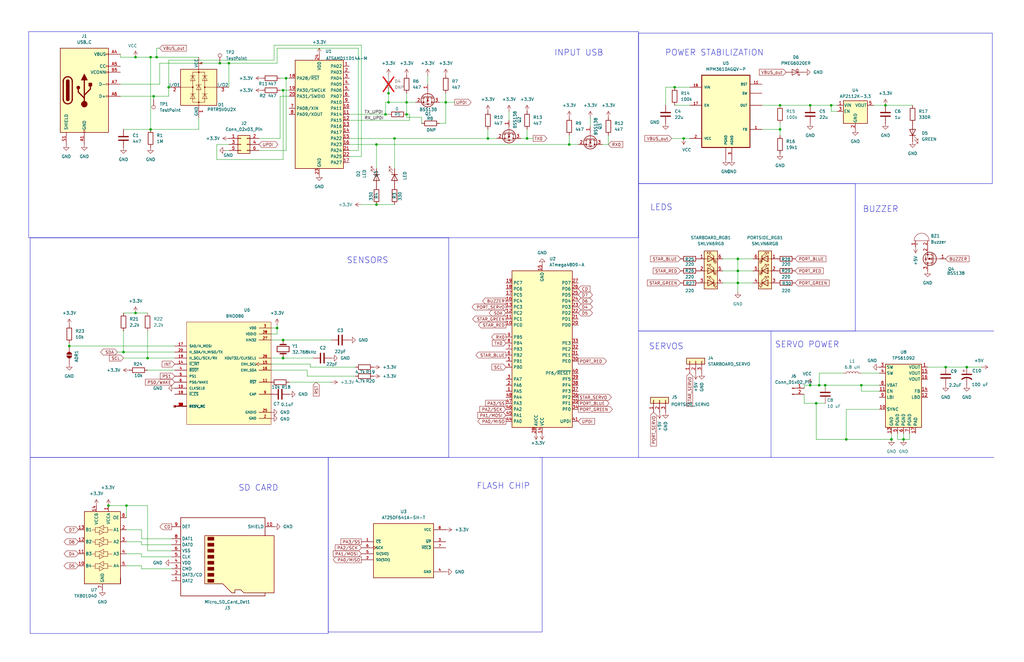
<source format=kicad_sch>
(kicad_sch (version 20231120) (generator "eeschema") (generator_version "8.0")
  (paper "USLedger")
  (junction (at 162.56 48.26))
  (junction (at 71.12 36.83))
  (junction (at 166.37 58.42))
  (junction (at 119.38 151.13))
  (junction (at 119.38 143.51))
  (junction (at 63.5 24.13))
  (junction (at 171.45 43.18))
  (junction (at 356.87 185.42))
  (junction (at 240.03 60.96))
  (junction (at 345.44 162.56))
  (junction (at 205.74 58.42))
  (junction (at 311.15 114.3))
  (junction (at 222.25 58.42))
  (junction (at 62.23 151.13))
  (junction (at 381 185.42))
  (junction (at 341.63 162.56))
  (junction (at 120.65 33.02))
  (junction (at 328.93 54.61))
  (junction (at 163.83 43.18))
  (junction (at 45.72 213.36))
  (junction (at 92.71 26.67))
  (junction (at 288.29 58.42))
  (junction (at 96.52 26.67))
  (junction (at 284.48 36.83))
  (junction (at 347.98 162.56))
  (junction (at 311.15 119.38))
  (junction (at 29.21 146.05))
  (junction (at 53.34 213.36))
  (junction (at 328.93 44.45))
  (junction (at 398.78 154.94))
  (junction (at 116.84 138.43))
  (junction (at 57.15 24.13))
  (junction (at 57.15 132.08))
  (junction (at 344.17 170.18))
  (junction (at 187.96 43.18))
  (junction (at 52.07 148.59))
  (junction (at 64.77 40.64))
  (junction (at 373.38 44.45))
  (junction (at 375.92 185.42))
  (junction (at 158.75 86.36))
  (junction (at 158.75 60.96))
  (junction (at 363.22 162.56))
  (junction (at 63.5 54.61))
  (junction (at 171.45 48.26))
  (junction (at 66.04 24.13))
  (junction (at 163.83 39.37))
  (junction (at 407.67 154.94))
  (junction (at 350.52 44.45))
  (junction (at 119.38 38.1))
  (junction (at 311.15 109.22))
  (junction (at 341.63 44.45))
  (wire (pts (xy 311.15 123.19) (xy 311.15 119.38)))
  (wire (pts (xy 63.5 54.61) (xy 63.5 24.13)))
  (wire (pts (xy 53.34 213.36) (xy 62.23 213.36)))
  (wire (pts (xy 398.78 154.94) (xy 407.67 154.94)))
  (wire (pts (xy 119.38 151.13) (xy 132.08 151.13)))
  (wire (pts (xy 114.3 140.97) (xy 116.84 140.97)))
  (wire (pts (xy 71.12 25.4) (xy 115.57 25.4)))
  (wire (pts (xy 347.98 162.56) (xy 363.22 162.56)))
  (wire (pts (xy 120.65 33.02) (xy 118.11 33.02)))
  (wire (pts (xy 147.32 48.26) (xy 162.56 48.26)))
  (wire (pts (xy 118.11 40.64) (xy 121.92 40.64)))
  (wire (pts (xy 311.15 109.22) (xy 317.5 109.22)))
  (wire (pts (xy 256.54 60.96) (xy 254 60.96)))
  (wire (pts (xy 92.71 26.67) (xy 96.52 26.67)))
  (wire (pts (xy 116.84 26.67) (xy 116.84 20.32)))
  (wire (pts (xy 187.96 43.18) (xy 185.42 43.18)))
  (wire (pts (xy 356.87 172.72) (xy 370.84 172.72)))
  (wire (pts (xy 240.03 60.96) (xy 243.84 60.96)))
  (polyline (pts (xy 325.12 193.04) (xy 325.12 139.7)))
  (wire (pts (xy 109.22 63.5) (xy 120.65 63.5)))
  (wire (pts (xy 114.3 143.51) (xy 119.38 143.51)))
  (wire (pts (xy 304.8 114.3) (xy 311.15 114.3)))
  (wire (pts (xy 62.23 156.21) (xy 73.66 156.21)))
  (wire (pts (xy 163.83 43.18) (xy 171.45 43.18)))
  (wire (pts (xy 344.17 170.18) (xy 344.17 185.42)))
  (wire (pts (xy 166.37 58.42) (xy 205.74 58.42)))
  (wire (pts (xy 115.57 19.05) (xy 152.4 19.05)))
  (wire (pts (xy 121.92 161.29) (xy 139.7 161.29)))
  (wire (pts (xy 83.82 54.61) (xy 83.82 49.53)))
  (wire (pts (xy 311.15 114.3) (xy 311.15 109.22)))
  (wire (pts (xy 205.74 58.42) (xy 209.55 58.42)))
  (wire (pts (xy 62.23 213.36) (xy 62.23 232.41)))
  (wire (pts (xy 381 182.88) (xy 381 185.42)))
  (wire (pts (xy 163.83 39.37) (xy 163.83 43.18)))
  (wire (pts (xy 341.63 44.45) (xy 350.52 44.45)))
  (wire (pts (xy 284.48 36.83) (xy 290.83 36.83)))
  (wire (pts (xy 49.53 148.59) (xy 52.07 148.59)))
  (wire (pts (xy 119.38 143.51) (xy 139.7 143.51)))
  (wire (pts (xy 114.3 151.13) (xy 119.38 151.13)))
  (wire (pts (xy 91.44 60.96) (xy 96.52 60.96)))
  (wire (pts (xy 171.45 43.18) (xy 175.26 43.18)))
  (wire (pts (xy 59.69 228.6) (xy 53.34 228.6)))
  (wire (pts (xy 304.8 119.38) (xy 311.15 119.38)))
  (wire (pts (xy 116.84 140.97) (xy 116.84 138.43)))
  (wire (pts (xy 158.75 86.36) (xy 166.37 86.36)))
  (wire (pts (xy 66.04 24.13) (xy 83.82 24.13)))
  (wire (pts (xy 63.5 54.61) (xy 83.82 54.61)))
  (wire (pts (xy 52.07 139.7) (xy 52.07 148.59)))
  (wire (pts (xy 152.4 86.36) (xy 158.75 86.36)))
  (wire (pts (xy 114.3 156.21) (xy 129.54 156.21)))
  (wire (pts (xy 52.07 148.59) (xy 73.66 148.59)))
  (wire (pts (xy 373.38 44.45) (xy 384.81 44.45)))
  (wire (pts (xy 109.22 58.42) (xy 118.11 58.42)))
  (wire (pts (xy 321.31 54.61) (xy 328.93 54.61)))
  (wire (pts (xy 163.83 36.83) (xy 163.83 39.37)))
  (wire (pts (xy 172.72 48.26) (xy 172.72 50.8)))
  (wire (pts (xy 57.15 24.13) (xy 63.5 24.13)))
  (wire (pts (xy 383.54 185.42) (xy 383.54 182.88)))
  (wire (pts (xy 59.69 238.76) (xy 53.34 238.76)))
  (wire (pts (xy 116.84 20.32) (xy 151.13 20.32)))
  (wire (pts (xy 147.32 58.42) (xy 166.37 58.42)))
  (wire (pts (xy 311.15 114.3) (xy 317.5 114.3)))
  (wire (pts (xy 344.17 185.42) (xy 356.87 185.42)))
  (wire (pts (xy 280.67 36.83) (xy 284.48 36.83)))
  (wire (pts (xy 53.34 213.36) (xy 53.34 218.44)))
  (wire (pts (xy 63.5 24.13) (xy 66.04 24.13)))
  (wire (pts (xy 162.56 48.26) (xy 162.56 43.18)))
  (wire (pts (xy 59.69 234.95) (xy 59.69 233.68)))
  (wire (pts (xy 344.17 170.18) (xy 347.98 170.18)))
  (wire (pts (xy 130.81 153.67) (xy 130.81 154.94)))
  (wire (pts (xy 341.63 162.56) (xy 345.44 162.56)))
  (wire (pts (xy 347.98 163.83) (xy 347.98 162.56)))
  (wire (pts (xy 59.69 233.68) (xy 53.34 233.68)))
  (wire (pts (xy 64.77 41.91) (xy 64.77 40.64)))
  (wire (pts (xy 222.25 58.42) (xy 224.79 58.42)))
  (wire (pts (xy 363.22 162.56) (xy 363.22 165.1)))
  (wire (pts (xy 368.3 44.45) (xy 373.38 44.45)))
  (wire (pts (xy 151.13 20.32) (xy 151.13 63.5)))
  (wire (pts (xy 96.52 26.67) (xy 96.52 36.83)))
  (wire (pts (xy 311.15 109.22) (xy 304.8 109.22)))
  (wire (pts (xy 57.15 132.08) (xy 62.23 132.08)))
  (wire (pts (xy 284.48 44.45) (xy 290.83 44.45)))
  (wire (pts (xy 129.54 156.21) (xy 129.54 158.75)))
  (wire (pts (xy 280.67 44.45) (xy 280.67 36.83)))
  (wire (pts (xy 50.8 40.64) (xy 64.77 40.64)))
  (wire (pts (xy 356.87 185.42) (xy 375.92 185.42)))
  (wire (pts (xy 67.31 26.67) (xy 92.71 26.67)))
  (wire (pts (xy 345.44 162.56) (xy 347.98 162.56)))
  (wire (pts (xy 191.77 43.18) (xy 187.96 43.18)))
  (polyline (pts (xy 269.24 193.04) (xy 269.24 139.7)))
  (wire (pts (xy 147.32 60.96) (xy 158.75 60.96)))
  (wire (pts (xy 248.92 49.53) (xy 248.92 53.34)))
  (wire (pts (xy 62.23 232.41) (xy 72.39 232.41)))
  (wire (pts (xy 407.67 154.94) (xy 414.02 154.94)))
  (wire (pts (xy 62.23 139.7) (xy 62.23 151.13)))
  (wire (pts (xy 171.45 39.37) (xy 171.45 43.18)))
  (wire (pts (xy 185.42 52.07) (xy 187.96 52.07)))
  (wire (pts (xy 73.66 146.05) (xy 29.21 146.05)))
  (wire (pts (xy 363.22 162.56) (xy 370.84 162.56)))
  (wire (pts (xy 129.54 158.75) (xy 149.86 158.75)))
  (wire (pts (xy 115.57 25.4) (xy 115.57 19.05)))
  (wire (pts (xy 118.11 58.42) (xy 118.11 40.64)))
  (wire (pts (xy 355.6 157.48) (xy 345.44 157.48)))
  (wire (pts (xy 50.8 24.13) (xy 50.8 22.86)))
  (wire (pts (xy 240.03 57.15) (xy 240.03 60.96)))
  (wire (pts (xy 172.72 48.26) (xy 171.45 48.26)))
  (wire (pts (xy 166.37 58.42) (xy 166.37 71.12)))
  (wire (pts (xy 328.93 54.61) (xy 328.93 57.15)))
  (wire (pts (xy 171.45 49.53) (xy 177.8 49.53)))
  (wire (pts (xy 162.56 48.26) (xy 163.83 48.26)))
  (wire (pts (xy 345.44 157.48) (xy 345.44 162.56)))
  (wire (pts (xy 158.75 60.96) (xy 158.75 71.12)))
  (wire (pts (xy 152.4 66.04) (xy 147.32 66.04)))
  (wire (pts (xy 91.44 67.31) (xy 91.44 60.96)))
  (wire (pts (xy 67.31 35.56) (xy 67.31 26.67)))
  (wire (pts (xy 59.69 229.87) (xy 72.39 229.87)))
  (wire (pts (xy 222.25 54.61) (xy 222.25 58.42)))
  (wire (pts (xy 118.11 38.1) (xy 119.38 38.1)))
  (wire (pts (xy 356.87 172.72) (xy 356.87 185.42)))
  (wire (pts (xy 350.52 44.45) (xy 350.52 46.99)))
  (wire (pts (xy 71.12 36.83) (xy 71.12 25.4)))
  (wire (pts (xy 378.46 185.42) (xy 381 185.42)))
  (wire (pts (xy 339.09 162.56) (xy 341.63 162.56)))
  (wire (pts (xy 205.74 54.61) (xy 205.74 58.42)))
  (wire (pts (xy 59.69 227.33) (xy 59.69 223.52)))
  (wire (pts (xy 171.45 48.26) (xy 171.45 49.53)))
  (wire (pts (xy 339.09 166.37) (xy 339.09 170.18)))
  (wire (pts (xy 288.29 58.42) (xy 290.83 58.42)))
  (wire (pts (xy 67.31 20.32) (xy 66.04 20.32)))
  (wire (pts (xy 162.56 43.18) (xy 163.83 43.18)))
  (wire (pts (xy 177.8 49.53) (xy 177.8 52.07)))
  (wire (pts (xy 311.15 119.38) (xy 311.15 114.3)))
  (wire (pts (xy 339.09 162.56) (xy 339.09 163.83)))
  (wire (pts (xy 311.15 119.38) (xy 317.5 119.38)))
  (wire (pts (xy 116.84 138.43) (xy 116.84 137.16)))
  (wire (pts (xy 50.8 35.56) (xy 67.31 35.56)))
  (wire (pts (xy 52.07 151.13) (xy 62.23 151.13)))
  (wire (pts (xy 96.52 26.67) (xy 116.84 26.67)))
  (wire (pts (xy 381 185.42) (xy 383.54 185.42)))
  (wire (pts (xy 59.69 223.52) (xy 53.34 223.52)))
  (wire (pts (xy 378.46 182.88) (xy 378.46 185.42)))
  (wire (pts (xy 119.38 67.31) (xy 91.44 67.31)))
  (wire (pts (xy 180.34 31.75) (xy 180.34 35.56)))
  (wire (pts (xy 59.69 229.87) (xy 59.69 228.6)))
  (wire (pts (xy 52.07 132.08) (xy 57.15 132.08)))
  (wire (pts (xy 363.22 165.1) (xy 370.84 165.1)))
  (wire (pts (xy 151.13 63.5) (xy 147.32 63.5)))
  (wire (pts (xy 375.92 185.42) (xy 375.92 182.88)))
  (wire (pts (xy 283.21 58.42) (xy 288.29 58.42)))
  (wire (pts (xy 256.54 57.15) (xy 256.54 60.96)))
  (wire (pts (xy 29.21 146.05) (xy 29.21 144.78)))
  (wire (pts (xy 152.4 19.05) (xy 152.4 66.04)))
  (polyline (pts (xy 227.33 193.04) (xy 419.1 193.04)))
  (wire (pts (xy 130.81 154.94) (xy 149.86 154.94)))
  (wire (pts (xy 321.31 44.45) (xy 328.93 44.45)))
  (wire (pts (xy 214.63 46.99) (xy 214.63 50.8)))
  (wire (pts (xy 96.52 63.5) (xy 95.25 63.5)))
  (wire (pts (xy 171.45 43.18) (xy 171.45 48.26)))
  (wire (pts (xy 187.96 52.07) (xy 187.96 43.18)))
  (wire (pts (xy 114.3 138.43) (xy 116.84 138.43)))
  (wire (pts (xy 50.8 24.13) (xy 57.15 24.13)))
  (wire (pts (xy 328.93 44.45) (xy 341.63 44.45)))
  (wire (pts (xy 187.96 39.37) (xy 187.96 43.18)))
  (wire (pts (xy 121.92 33.02) (xy 120.65 33.02)))
  (wire (pts (xy 59.69 240.03) (xy 59.69 238.76)))
  (wire (pts (xy 45.72 213.36) (xy 53.34 213.36)))
  (wire (pts (xy 119.38 38.1) (xy 119.38 67.31)))
  (wire (pts (xy 120.65 63.5) (xy 120.65 33.02)))
  (wire (pts (xy 64.77 40.64) (xy 71.12 40.64)))
  (wire (pts (xy 222.25 58.42) (xy 219.71 58.42)))
  (wire (pts (xy 350.52 46.99) (xy 353.06 46.99)))
  (wire (pts (xy 71.12 40.64) (xy 71.12 36.83)))
  (wire (pts (xy 158.75 60.96) (xy 240.03 60.96)))
  (wire (pts (xy 62.23 151.13) (xy 73.66 151.13)))
  (wire (pts (xy 119.38 38.1) (xy 121.92 38.1)))
  (wire (pts (xy 363.22 157.48) (xy 370.84 157.48)))
  (wire (pts (xy 339.09 170.18) (xy 344.17 170.18)))
  (wire (pts (xy 328.93 52.07) (xy 328.93 54.61)))
  (wire (pts (xy 147.32 50.8) (xy 172.72 50.8)))
  (wire (pts (xy 52.07 54.61) (xy 63.5 54.61)))
  (wire (pts (xy 391.16 154.94) (xy 398.78 154.94)))
  (polyline (pts (xy 269.24 139.7) (xy 419.1 139.7)))
  (wire (pts (xy 59.69 234.95) (xy 72.39 234.95)))
  (wire (pts (xy 66.04 20.32) (xy 66.04 24.13)))
  (wire (pts (xy 72.39 240.03) (xy 59.69 240.03)))
  (wire (pts (xy 350.52 44.45) (xy 353.06 44.45)))
  (wire (pts (xy 59.69 227.33) (xy 72.39 227.33)))
  (wire (pts (xy 114.3 153.67) (xy 130.81 153.67)))
  (rectangle (start 12.065 13.335) (end 269.24 100.33))
  (rectangle (start 12.7 100.33) (end 189.23 193.04))
  (rectangle (start 138.43 193.04) (end 228.6 266.7))
  (rectangle (start 12.7 193.04) (end 138.43 267.335))
  (rectangle (start 269.24 13.97) (end 418.465 77.47))
  (rectangle (start 269.24 77.47) (end 360.68 139.7))
  (text "SD CARD\n" (at 108.966 205.994 0) (effects (font (size 2.54 2.54))))
  (text "INPUT USB" (at 244.094 22.352 0) (effects (font (size 2.54 2.54))))
  (text "BUZZER\n" (at 371.348 88.392 0) (effects (font (size 2.54 2.54))))
  (text "POWER STABILIZATION" (at 301.244 22.352 0) (effects (font (size 2.54 2.54))))
  (text "FLASH CHIP\n" (at 212.2747 205.1733 0) (effects (font (size 2.54 2.54))))
  (text "SENSORS " (at 155.956 109.982 0) (effects (font (size 2.54 2.54))))
  (text "SERVOS\n" (at 280.924 146.304 0) (effects (font (size 2.54 2.54))))
  (text "LEDS\n" (at 278.892 87.63 0) (effects (font (size 2.54 2.54))))
  (text "SERVO POWER\n\n" (at 340.36 147.574 0) (effects (font (size 2.54 2.54))))
  (label "RX_UPDI" (at 153.67 50.8 0))
  (label "TX_UPDI" (at 153.67 48.26 0))
  (global_label "SDA" (shape bidirectional) (at 49.53 148.59 180) (property "Intersheetrefs" "${INTERSHEET_REFS}" (effects (hide yes))))
  (global_label "TX0" (shape input) (at 213.36 144.78 180) (property "Intersheetrefs" "${INTERSHEET_REFS}" (effects (hide yes))))
  (global_label "RX0" (shape input) (at 256.54 60.96 0) (property "Intersheetrefs" "${INTERSHEET_REFS}" (effects (hide yes))))
  (global_label "BUZZER" (shape input) (at 398.78 109.22 0) (property "Intersheetrefs" "${INTERSHEET_REFS}" (effects (hide yes))))
  (global_label "STAR_RED" (shape input) (at 287.02 114.3 180) (property "Intersheetrefs" "${INTERSHEET_REFS}" (effects (hide yes))))
  (global_label "TX0" (shape output) (at 224.79 58.42 0) (property "Intersheetrefs" "${INTERSHEET_REFS}" (effects (hide yes))))
  (global_label "VBUS_out" (shape input) (at 283.21 58.42 180) (property "Intersheetrefs" "${INTERSHEET_REFS}" (effects (hide yes))))
  (global_label "RST" (shape input) (at 133.35 161.29 270) (property "Intersheetrefs" "${INTERSHEET_REFS}" (effects (hide yes))))
  (global_label "VBUS_out" (shape input) (at 331.47 30.48 180) (property "Intersheetrefs" "${INTERSHEET_REFS}" (effects (hide yes))))
  (global_label "VBUS_out" (shape input) (at 67.31 20.32 0) (property "Intersheetrefs" "${INTERSHEET_REFS}" (effects (hide yes))))
  (global_label "STAR_GREEN" (shape output) (at 213.36 134.62 180) (property "Intersheetrefs" "${INTERSHEET_REFS}" (effects (hide yes))))
  (global_label "PORT_BLUE" (shape output) (at 243.84 170.18 0) (property "Intersheetrefs" "${INTERSHEET_REFS}" (effects (hide yes))))
  (global_label "CD" (shape output) (at 72.39 222.25 180) (property "Intersheetrefs" "${INTERSHEET_REFS}" (effects (hide yes))))
  (global_label "UPDI" (shape input) (at 243.84 177.8 0) (property "Intersheetrefs" "${INTERSHEET_REFS}" (effects (hide yes))))
  (global_label "SCL" (shape input) (at 52.07 151.13 180) (property "Intersheetrefs" "${INTERSHEET_REFS}" (effects (hide yes))))
  (global_label "PORT_SERVO" (shape input) (at 275.59 173.99 270) (property "Intersheetrefs" "${INTERSHEET_REFS}" (effects (hide yes))))
  (global_label "D4" (shape bidirectional) (at 33.02 233.68 180) (property "Intersheetrefs" "${INTERSHEET_REFS}" (effects (hide yes))))
  (global_label "D6" (shape bidirectional) (at 243.84 127 0) (property "Intersheetrefs" "${INTERSHEET_REFS}" (effects (hide yes))))
  (global_label "D5" (shape bidirectional) (at 33.02 238.76 180) (property "Intersheetrefs" "${INTERSHEET_REFS}" (effects (hide yes))))
  (global_label "SCL" (shape input) (at 213.36 154.94 180) (property "Intersheetrefs" "${INTERSHEET_REFS}" (effects (hide yes))))
  (global_label "CD" (shape input) (at 243.84 121.92 0) (property "Intersheetrefs" "${INTERSHEET_REFS}" (effects (hide yes))))
  (global_label "PORT_RED" (shape output) (at 243.84 152.4 0) (property "Intersheetrefs" "${INTERSHEET_REFS}" (effects (hide yes))))
  (global_label "STAR_BLUE" (shape input) (at 287.02 109.22 180) (property "Intersheetrefs" "${INTERSHEET_REFS}" (effects (hide yes))))
  (global_label "RX0" (shape output) (at 213.36 142.24 180) (property "Intersheetrefs" "${INTERSHEET_REFS}" (effects (hide yes))))
  (global_label "INT" (shape input) (at 73.66 153.67 180) (property "Intersheetrefs" "${INTERSHEET_REFS}" (effects (hide yes))))
  (global_label "PA1{slash}MOSI" (shape input) (at 152.4 233.68 180) (property "Intersheetrefs" "${INTERSHEET_REFS}" (effects (hide yes))))
  (global_label "D7" (shape bidirectional) (at 243.84 124.46 0) (property "Intersheetrefs" "${INTERSHEET_REFS}" (effects (hide yes))))
  (global_label "STAR_RED" (shape output) (at 213.36 137.16 180) (property "Intersheetrefs" "${INTERSHEET_REFS}" (effects (hide yes))))
  (global_label "UPDI" (shape bidirectional) (at 109.22 60.96 0) (property "Intersheetrefs" "${INTERSHEET_REFS}" (effects (hide yes))))
  (global_label "PORT_GREEN" (shape input) (at 335.28 119.38 0) (property "Intersheetrefs" "${INTERSHEET_REFS}" (effects (hide yes))))
  (global_label "PA2{slash}SCK" (shape input) (at 152.4 231.14 180) (property "Intersheetrefs" "${INTERSHEET_REFS}" (effects (hide yes))))
  (global_label "PORT_BLUE" (shape input) (at 335.28 109.22 0) (property "Intersheetrefs" "${INTERSHEET_REFS}" (effects (hide yes))))
  (global_label "STAR_GREEN" (shape input) (at 287.02 119.38 180) (property "Intersheetrefs" "${INTERSHEET_REFS}" (effects (hide yes))))
  (global_label "PA0{slash}MISO" (shape output) (at 152.4 236.22 180) (property "Intersheetrefs" "${INTERSHEET_REFS}" (effects (hide yes))))
  (global_label "PA0{slash}MISO" (shape output) (at 213.36 177.8 180) (property "Intersheetrefs" "${INTERSHEET_REFS}" (effects (hide yes))))
  (global_label "D6" (shape bidirectional) (at 33.02 228.6 180) (property "Intersheetrefs" "${INTERSHEET_REFS}" (effects (hide yes))))
  (global_label "PA1{slash}MOSI" (shape input) (at 213.36 175.26 180) (property "Intersheetrefs" "${INTERSHEET_REFS}" (effects (hide yes))))
  (global_label "D4" (shape bidirectional) (at 243.84 129.54 0) (property "Intersheetrefs" "${INTERSHEET_REFS}" (effects (hide yes))))
  (global_label "BUZZER" (shape output) (at 213.36 127 180) (property "Intersheetrefs" "${INTERSHEET_REFS}" (effects (hide yes))))
  (global_label "STAR_SERVO" (shape input) (at 290.83 157.48 270) (property "Intersheetrefs" "${INTERSHEET_REFS}" (effects (hide yes))))
  (global_label "PORT_SERVO" (shape output) (at 213.36 129.54 180) (property "Intersheetrefs" "${INTERSHEET_REFS}" (effects (hide yes))))
  (global_label "PA2{slash}SCK" (shape input) (at 213.36 172.72 180) (property "Intersheetrefs" "${INTERSHEET_REFS}" (effects (hide yes))))
  (global_label "SDA" (shape bidirectional) (at 213.36 132.08 180) (property "Intersheetrefs" "${INTERSHEET_REFS}" (effects (hide yes))))
  (global_label "PA3{slash}SS" (shape passive) (at 213.36 170.18 180) (property "Intersheetrefs" "${INTERSHEET_REFS}" (effects (hide yes))))
  (global_label "D7" (shape bidirectional) (at 33.02 223.52 180) (property "Intersheetrefs" "${INTERSHEET_REFS}" (effects (hide yes))))
  (global_label "PS0{slash}WAKE" (shape input) (at 73.66 161.29 180) (property "Intersheetrefs" "${INTERSHEET_REFS}" (effects (hide yes))))
  (global_label "UPDI" (shape output) (at 191.77 43.18 0) (property "Intersheetrefs" "${INTERSHEET_REFS}" (effects (hide yes))))
  (global_label "D5" (shape bidirectional) (at 243.84 132.08 0) (property "Intersheetrefs" "${INTERSHEET_REFS}" (effects (hide yes))))
  (global_label "PORT_RED" (shape input) (at 335.28 114.3 0) (property "Intersheetrefs" "${INTERSHEET_REFS}" (effects (hide yes))))
  (global_label "PA3{slash}SS" (shape passive) (at 152.4 228.6 180) (property "Intersheetrefs" "${INTERSHEET_REFS}" (effects (hide yes))))
  (global_label "PS1" (shape input) (at 73.66 158.75 180) (property "Intersheetrefs" "${INTERSHEET_REFS}" (effects (hide yes))))
  (global_label "STAR_BLUE" (shape output) (at 213.36 149.86 180) (property "Intersheetrefs" "${INTERSHEET_REFS}" (effects (hide yes))))
  (global_label "PORT_GREEN" (shape output) (at 243.84 172.72 0) (property "Intersheetrefs" "${INTERSHEET_REFS}" (effects (hide yes))))
  (global_label "STAR_SERVO" (shape output) (at 243.84 167.64 0) (property "Intersheetrefs" "${INTERSHEET_REFS}" (effects (hide yes))))
  (symbol (lib_id "Device:R") (at 118.11 161.29 90) (unit 1)
    (property "Reference" "R18" (at 120.65 163.322 90))
    (property "Value" "10k" (at 116.332 163.322 90))
    (property "Footprint" "Resistor_SMD:R_0402_1005Metric" (effects (hide yes)))
    (property "Description" "Resistor" (effects (hide yes)))
  )
  (symbol (lib_id "power:GND") (at 114.3 173.99 90) (unit 1)
    (property "Reference" "#PWR036" (effects (hide yes)))
    (property "Value" "GND" (at 118.11 173.9899 90) (effects (justify right)))
    (property "Description" "Power symbol creates a global label with name \"GND\" , ground" (effects (hide yes)))
  )
  (symbol (lib_id "Device:R") (at 290.83 109.22 90) (unit 1)
    (property "Reference" "R25" (at 290.83 109.474 90))
    (property "Value" "220" (at 290.83 111.506 90))
    (property "Footprint" "Resistor_SMD:R_0402_1005Metric" (effects (hide yes)))
    (property "Description" "Resistor" (effects (hide yes)))
  )
  (symbol (lib_id "power:GND") (at 398.78 162.56 0) (unit 1)
    (property "Reference" "#PWR066" (effects (hide yes)))
    (property "Value" "GND" (at 398.78 167.64 0))
    (property "Description" "Power symbol creates a global label with name \"GND\" , ground" (effects (hide yes)))
  )
  (symbol (lib_id "power:GND") (at 391.16 114.3 0) (unit 1)
    (property "Reference" "#PWR070" (effects (hide yes)))
    (property "Value" "GND" (at 391.16 119.38 0))
    (property "Description" "Power symbol creates a global label with name \"GND\" , ground" (effects (hide yes)))
  )
  (symbol (lib_id "power:+3.3V") (at 57.15 132.08 0) (unit 1)
    (property "Reference" "#PWR043" (effects (hide yes)))
    (property "Value" "+3.3V" (at 57.15 127 0))
    (property "Description" "Power symbol creates a global label with name \"+3.3V\"" (effects (hide yes)))
  )
  (symbol (lib_id "Device:C") (at 52.07 58.42 0) (unit 1)
    (property "Reference" "C1" (at 55.88 57.1499 0) (effects (justify left)))
    (property "Value" "4n7" (at 55.88 59.6899 0) (effects (justify left)))
    (property "Footprint" "Capacitor_SMD:C_0201_0603Metric" (effects (hide yes)))
    (property "Description" "Unpolarized capacitor" (effects (hide yes)))
  )
  (symbol (lib_id "Device:R") (at 205.74 50.8 0) (unit 1)
    (property "Reference" "R10" (at 208.28 49.5299 0) (effects (justify left)))
    (property "Value" "4k7" (at 208.28 52.0699 0) (effects (justify left)))
    (property "Footprint" "Resistor_SMD:R_0402_1005Metric" (effects (hide yes)))
    (property "Description" "Resistor" (effects (hide yes)))
  )
  (symbol (lib_id "power:+3.3V") (at 228.6 182.88 180) (unit 1)
    (property "Reference" "#PWR054" (effects (hide yes)))
    (property "Value" "+3.3V" (at 226.822 186.944 0))
    (property "Description" "Power symbol creates a global label with name \"+3.3V\"" (effects (hide yes)))
  )
  (symbol (lib_id "Device:R") (at 331.47 119.38 90) (unit 1)
    (property "Reference" "R30" (at 331.724 119.634 90))
    (property "Value" "220" (at 331.47 122.682 90))
    (property "Footprint" "Resistor_SMD:R_0402_1005Metric" (effects (hide yes)))
    (property "Description" "Resistor" (effects (hide yes)))
  )
  (symbol (lib_id "Logic_LevelTranslator:TXB0104D") (at 43.18 231.14 0) (mirror y) (unit 1)
    (property "Reference" "U7" (at 40.9859 248.92 0) (effects (justify left)))
    (property "Value" "TXB0104D" (at 40.9859 251.46 0) (effects (justify left)))
    (property "Footprint" "Package_SO:SOIC-14_3.9x8.7mm_P1.27mm" (effects (hide yes)))
    (property "Datasheet" "http://www.ti.com/lit/ds/symlink/txb0104.pdf" (effects (hide yes)))
    (property "Description" "4-Bit Bidirectional Voltage-Level Translator, Auto Direction Sensing and ±15-kV ESD Protection, 1.2 - 3.6V APort, 1.65 - 5.5V BPort, SOIC-14" (effects (hide yes)))
  )
  (symbol (lib_id "Device:R") (at 114.3 33.02 90) (unit 1)
    (property "Reference" "R11" (at 110.998 35.306 90))
    (property "Value" "4k7" (at 114.808 35.306 90))
    (property "Footprint" "Resistor_SMD:R_0402_1005Metric" (effects (hide yes)))
    (property "Description" "Resistor" (effects (hide yes)))
  )
  (symbol (lib_id "power:GND") (at 121.92 166.37 90) (unit 1)
    (property "Reference" "#PWR039" (effects (hide yes)))
    (property "Value" "GND" (at 125.73 166.3699 90) (effects (justify right)))
    (property "Description" "Power symbol creates a global label with name \"GND\" , ground" (effects (hide yes)))
  )
  (symbol (lib_id "power:+3.3V") (at 110.49 33.02 90) (unit 1)
    (property "Reference" "#PWR07" (effects (hide yes)))
    (property "Value" "+3.3V" (at 106.68 33.0199 90) (effects (justify left)))
    (property "Description" "Power symbol creates a global label with name \"+3.3V\"" (effects (hide yes)))
  )
  (symbol (lib_id "Device:C") (at 347.98 166.37 0) (unit 1)
    (property "Reference" "C8" (at 348.742 168.91 0) (effects (justify left)))
    (property "Value" "10 uF" (at 348.742 171.45 0) (effects (justify left)))
    (property "Footprint" "Capacitor_SMD:C_0201_0603Metric" (effects (hide yes)))
    (property "Description" "Unpolarized capacitor" (effects (hide yes)))
  )
  (symbol (lib_id "Device:C") (at 135.89 151.13 90) (unit 1)
    (property "Reference" "C2" (at 136.144 146.812 90))
    (property "Value" "22pF" (at 139.954 153.67 90))
    (property "Footprint" "Capacitor_SMD:C_0201_0603Metric" (effects (hide yes)))
    (property "Description" "Unpolarized capacitor" (effects (hide yes)))
  )
  (symbol (lib_id "Device:R") (at 167.64 48.26 90) (unit 1)
    (property "Reference" "R5" (at 167.64 48.26 90))
    (property "Value" "0" (at 167.386 45.974 90))
    (property "Footprint" "Resistor_SMD:R_0402_1005Metric" (effects (hide yes)))
    (property "Description" "Resistor" (effects (hide yes)))
  )
  (symbol (lib_id "Device:R") (at 62.23 135.89 0) (unit 1)
    (property "Reference" "R22" (at 64.77 134.6199 0) (effects (justify left)))
    (property "Value" "2.2k" (at 64.77 137.1599 0) (effects (justify left)))
    (property "Footprint" "Resistor_SMD:R_0402_1005Metric" (effects (hide yes)))
    (property "Description" "Resistor" (effects (hide yes)))
  )
  (symbol (lib_id "Device:C") (at 280.67 48.26 0) (unit 1)
    (property "Reference" "C4" (at 284.48 46.9899 0) (effects (justify left)))
    (property "Value" "22u" (at 284.48 49.5299 0) (effects (justify left)))
    (property "Footprint" "Capacitor_SMD:C_0201_0603Metric" (effects (hide yes)))
    (property "Description" "Unpolarized capacitor" (effects (hide yes)))
  )
  (symbol (lib_id "Device:R") (at 153.67 158.75 90) (unit 1)
    (property "Reference" "R20" (at 156.21 160.782 90))
    (property "Value" "4.7k" (at 151.892 160.782 90))
    (property "Footprint" "Resistor_SMD:R_0402_1005Metric" (effects (hide yes)))
    (property "Description" "Resistor" (effects (hide yes)))
  )
  (symbol (lib_id "power:GND") (at 52.07 62.23 0) (unit 1)
    (property "Reference" "#PWR02" (effects (hide yes)))
    (property "Value" "GND" (at 52.07 67.31 0))
    (property "Description" "Power symbol creates a global label with name \"GND\" , ground" (effects (hide yes)))
  )
  (symbol (lib_id "Device:C") (at 118.11 166.37 90) (unit 1)
    (property "Reference" "C7" (at 116.586 170.434 90))
    (property "Value" "0.1uF" (at 121.158 170.688 90))
    (property "Footprint" "Capacitor_SMD:C_0201_0603Metric" (effects (hide yes)))
    (property "Description" "Unpolarized capacitor" (effects (hide yes)))
  )
  (symbol (lib_id "Device:R") (at 153.67 154.94 90) (unit 1)
    (property "Reference" "R19" (at 156.21 156.972 90))
    (property "Value" "4.7k" (at 151.892 156.972 90))
    (property "Footprint" "Resistor_SMD:R_0402_1005Metric" (effects (hide yes)))
    (property "Description" "Resistor" (effects (hide yes)))
  )
  (symbol (lib_id "LED:SMLVN6RGB") (at 299.72 114.3 0) (unit 1)
    (property "Reference" "STARBOARD_RGB1" (at 299.72 100.33 0))
    (property "Value" "SMLVN6RGB" (at 299.72 102.87 0))
    (property "Footprint" "LED_SMD:LED_ROHM_SMLVN6" (effects (hide yes)))
    (property "Datasheet" "https://www.rohm.com/datasheet/SMLVN6RGB1U" (effects (hide yes)))
    (property "Description" "High Brightness Tri-Color LED, RGB, 3.5x2.8mm" (effects (hide yes)))
  )
  (symbol (lib_id "Device:R") (at 256.54 53.34 0) (unit 1)
    (property "Reference" "R12" (at 259.08 52.0699 0) (effects (justify left)))
    (property "Value" "4k7" (at 259.08 54.6099 0) (effects (justify left)))
    (property "Footprint" "Resistor_SMD:R_0402_1005Metric" (effects (hide yes)))
    (property "Description" "Resistor" (effects (hide yes)))
  )
  (symbol (lib_id "power:GND") (at 373.38 52.07 0) (unit 1)
    (property "Reference" "#PWR032" (effects (hide yes)))
    (property "Value" "GND" (at 373.38 57.15 0))
    (property "Description" "Power symbol creates a global label with name \"GND\" , ground" (effects (hide yes)))
  )
  (symbol (lib_id "power:+3.3V") (at 163.83 31.75 0) (unit 1)
    (property "Reference" "#PWR015" (effects (hide yes)))
    (property "Value" "+3.3V" (at 163.83 26.67 0))
    (property "Description" "Power symbol creates a global label with name \"+3.3V\"" (effects (hide yes)))
  )
  (symbol (lib_id "Device:R") (at 63.5 58.42 0) (unit 1)
    (property "Reference" "R1" (at 66.04 57.1499 0) (effects (justify left)))
    (property "Value" "1M" (at 66.04 59.6899 0) (effects (justify left)))
    (property "Footprint" "Resistor_SMD:R_0402_1005Metric" (effects (hide yes)))
    (property "Description" "Resistor" (effects (hide yes)))
  )
  (symbol (lib_id "Device:C_Polarized_US") (at 407.67 158.75 0) (unit 1)
    (property "Reference" "C10" (at 409.956 156.464 0) (effects (justify left)))
    (property "Value" "100 uF" (at 409.702 162.306 0) (effects (justify left)))
    (property "Footprint" "Capacitor_SMD:C_0201_0603Metric" (effects (hide yes)))
    (property "Description" "Polarized capacitor, US symbol" (effects (hide yes)))
  )
  (symbol (lib_id "power:GND") (at 27.94 60.96 0) (unit 1)
    (property "Reference" "#PWR024" (effects (hide yes)))
    (property "Value" "GND" (at 27.94 66.04 0))
    (property "Description" "Power symbol creates a global label with name \"GND\" , ground" (effects (hide yes)))
  )
  (symbol (lib_id "Device:Crystal") (at 119.38 147.32 90) (unit 1)
    (property "Reference" "Y1" (at 123.19 146.0499 90) (effects (justify right)))
    (property "Value" "32.768kHz" (at 123.19 148.5899 90) (effects (justify right)))
    (property "Footprint" "Crystal:Crystal_C26-LF_D2.1mm_L6.5mm_Vertical" (effects (hide yes)))
    (property "Description" "Two pin crystal" (effects (hide yes)))
  )
  (symbol (lib_id "power:+3.3V") (at 373.38 44.45 0) (unit 1)
    (property "Reference" "#PWR031" (effects (hide yes)))
    (property "Value" "+3.3V" (at 373.38 39.37 0))
    (property "Description" "Power symbol creates a global label with name \"+3.3V\"" (effects (hide yes)))
  )
  (symbol (lib_id "power:GND") (at 35.56 60.96 0) (unit 1)
    (property "Reference" "#PWR01" (effects (hide yes)))
    (property "Value" "GND" (at 35.56 66.04 0))
    (property "Description" "Power symbol creates a global label with name \"GND\" , ground" (effects (hide yes)))
  )
  (symbol (lib_id "power:+3.3V") (at 139.7 161.29 270) (unit 1)
    (property "Reference" "#PWR040" (effects (hide yes)))
    (property "Value" "+3.3V" (at 143.51 161.2899 90) (effects (justify left)))
    (property "Description" "Power symbol creates a global label with name \"+3.3V\"" (effects (hide yes)))
  )
  (symbol (lib_id "Device:R") (at 187.96 35.56 0) (unit 1)
    (property "Reference" "R7" (at 190.5 34.2899 0) (effects (justify left)))
    (property "Value" "4k7" (at 190.5 36.8299 0) (effects (justify left)))
    (property "Footprint" "Resistor_SMD:R_0402_1005Metric" (effects (hide yes)))
    (property "Description" "Resistor" (effects (hide yes)))
  )
  (symbol (lib_id "power:GND") (at 29.21 153.67 0) (unit 1)
    (property "Reference" "#PWR045" (effects (hide yes)))
    (property "Value" "GND" (at 29.21 158.75 0))
    (property "Description" "Power symbol creates a global label with name \"GND\" , ground" (effects (hide yes)))
  )
  (symbol (lib_id "power:GND") (at 147.32 143.51 90) (unit 1)
    (property "Reference" "#PWR038" (effects (hide yes)))
    (property "Value" "GND" (at 151.13 143.5099 90) (effects (justify right)))
    (property "Description" "Power symbol creates a global label with name \"GND\" , ground" (effects (hide yes)))
  )
  (symbol (lib_id "Device:R") (at 181.61 52.07 90) (unit 1)
    (property "Reference" "R8" (at 181.356 50.038 90))
    (property "Value" "DNP" (at 181.864 54.864 90))
    (property "Footprint" "Resistor_SMD:R_0402_1005Metric" (effects (hide yes)))
    (property "Description" "Resistor" (effects (hide yes)))
  )
  (symbol (lib_id "Connector_Generic:Conn_01x03") (at 293.37 152.4 90) (unit 1)
    (property "Reference" "J4" (at 298.45 151.1299 90) (effects (justify right)))
    (property "Value" "STARBOARD_SERVO" (at 298.45 153.6699 90) (effects (justify right)))
    (property "Footprint" "Connector_PinHeader_2.54mm:PinHeader_1x03_P2.54mm_Vertical" (effects (hide yes)))
    (property "Description" "Generic connector, single row, 01x03, script generated (kicad-library-utils/schlib/autogen/connector/)" (effects (hide yes)))
  )
  (symbol (lib_id "power:+5V") (at 293.37 157.48 180) (unit 1)
    (property "Reference" "#PWR059" (effects (hide yes)))
    (property "Value" "+5V" (at 293.3701 161.29 90) (effects (justify left)))
    (property "Description" "Power symbol creates a global label with name \"+5V\"" (effects (hide yes)))
  )
  (symbol (lib_id "Device:R") (at 284.48 40.64 0) (unit 1)
    (property "Reference" "R14" (at 287.02 39.3699 0) (effects (justify left)))
    (property "Value" "100k" (at 287.02 41.9099 0) (effects (justify left)))
    (property "Footprint" "Resistor_SMD:R_0402_1005Metric" (effects (hide yes)))
    (property "Description" "Resistor" (effects (hide yes)))
  )
  (symbol (lib_id "power:GND") (at 308.61 67.31 0) (unit 1)
    (property "Reference" "#PWR027" (effects (hide yes)))
    (property "Value" "GND" (at 308.61 72.39 0))
    (property "Description" "Power symbol creates a global label with name \"GND\" , ground" (effects (hide yes)))
  )
  (symbol (lib_id "power:GND") (at 341.63 52.07 0) (unit 1)
    (property "Reference" "#PWR028" (effects (hide yes)))
    (property "Value" "GND" (at 341.63 57.15 0))
    (property "Description" "Power symbol creates a global label with name \"GND\" , ground" (effects (hide yes)))
  )
  (symbol (lib_id "power:GND") (at 407.67 162.56 0) (unit 1)
    (property "Reference" "#PWR067" (effects (hide yes)))
    (property "Value" "GND" (at 407.67 167.64 0))
    (property "Description" "Power symbol creates a global label with name \"GND\" , ground" (effects (hide yes)))
  )
  (symbol (lib_id "Device:R") (at 328.93 60.96 0) (unit 1)
    (property "Reference" "R16" (at 331.47 59.6899 0) (effects (justify left)))
    (property "Value" "19k1" (at 331.47 62.2299 0) (effects (justify left)))
    (property "Footprint" "Resistor_SMD:R_0402_1005Metric" (effects (hide yes)))
    (property "Description" "Resistor" (effects (hide yes)))
  )
  (symbol (lib_id "Device:LED") (at 166.37 74.93 270) (unit 1)
    (property "Reference" "D3" (at 158.75 73.3425 0))
    (property "Value" "LED" (at 170.688 74.168 0))
    (property "Footprint" "LED_SMD:LED_0201_0603Metric" (effects (hide yes)))
    (property "Description" "Light emitting diode" (effects (hide yes)))
  )
  (symbol (lib_id "power:+5V") (at 386.08 104.14 180) (unit 1)
    (property "Reference" "#PWR071" (effects (hide yes)))
    (property "Value" "+5V" (at 386.0801 107.95 90) (effects (justify left)))
    (property "Description" "Power symbol creates a global label with name \"+5V\"" (effects (hide yes)))
  )
  (symbol (lib_id "BNO086:BNO086") (at 104.14 156.21 0) (unit 1)
    (property "Reference" "U6" (at 104.14 130.81 0))
    (property "Value" "BNO086" (at 99.06 133.35 0))
    (property "Footprint" "BNO086:IC_BNO086" (effects (hide yes)))
    (property "MF" "CEVA Technologies, Inc." (effects (hide yes)))
    (property "MAXIMUM_PACKAGE_HEIGHT" "1.18mm" (effects (hide yes)))
    (property "Package" "TFLGA-28 CEVA Technologies, Inc." (effects (hide yes)))
    (property "Price" "None" (effects (hide yes)))
    (property "Check_prices" "https://www.snapeda.com/parts/BNO086/CEVA+Technologies%252C+Inc./view-part/?ref=eda" (effects (hide yes)))
    (property "STANDARD" "Manufacturer Recommendations" (effects (hide yes)))
    (property "PARTREV" "v1.17" (effects (hide yes)))
    (property "SnapEDA_Link" "https://www.snapeda.com/parts/BNO086/CEVA+Technologies%252C+Inc./view-part/?ref=snap" (effects (hide yes)))
    (property "MP" "BNO086" (effects (hide yes)))
    (property "Description_1" "\nAccelerometer, Gyroscope, Magnetometer, Temperature, 9 Axis Sensor I2C, SPI Output\n" (effects (hide yes)))
    (property "Availability" "In Stock" (effects (hide yes)))
    (property "MANUFACTURER" "Hillcrest Laboratories, Inc." (effects (hide yes)))
  )
  (symbol (lib_id "power:GND") (at 72.39 237.49 270) (unit 1)
    (property "Reference" "#PWR051" (effects (hide yes)))
    (property "Value" "GND" (at 68.58 237.4899 90) (effects (justify right)))
    (property "Description" "Power symbol creates a global label with name \"GND\" , ground" (effects (hide yes)))
  )
  (symbol (lib_id "Device:D_Zener") (at 163.83 35.56 270) (unit 1) (dnp yes)
    (property "Reference" "D4" (at 166.37 34.2899 90) (effects (justify left)))
    (property "Value" "DNP" (at 166.37 36.8299 90) (effects (justify left)))
    (property "Description" "Zener diode" (effects (hide yes)))
  )
  (symbol (lib_id "power:GND") (at 115.57 222.25 90) (unit 1)
    (property "Reference" "#PWR050" (effects (hide yes)))
    (property "Value" "GND" (at 119.38 222.2499 90) (effects (justify right)))
    (property "Description" "Power symbol creates a global label with name \"GND\" , ground" (effects (hide yes)))
  )
  (symbol (lib_id "power:+3.3V") (at 110.49 38.1 90) (unit 1)
    (property "Reference" "#PWR08" (effects (hide yes)))
    (property "Value" "+3.3V" (at 106.68 38.0999 90) (effects (justify left)))
    (property "Description" "Power symbol creates a global label with name \"+3.3V\"" (effects (hide yes)))
  )
  (symbol (lib_id "power:+3.3V") (at 116.84 137.16 0) (unit 1)
    (property "Reference" "#PWR04" (effects (hide yes)))
    (property "Value" "+3.3V" (at 116.84 132.08 0))
    (property "Description" "Power symbol creates a global label with name \"+3.3V\"" (effects (hide yes)))
  )
  (symbol (lib_id "power:GND") (at 228.6 111.76 180) (unit 1)
    (property "Reference" "#PWR035" (effects (hide yes)))
    (property "Value" "GND" (at 228.6 106.68 0))
    (property "Description" "Power symbol creates a global label with name \"GND\" , ground" (effects (hide yes)))
  )
  (symbol (lib_id "power:+3.3V") (at 180.34 31.75 0) (unit 1)
    (property "Reference" "#PWR013" (effects (hide yes)))
    (property "Value" "+3.3V" (at 180.34 26.67 0))
    (property "Description" "Power symbol creates a global label with name \"+3.3V\"" (effects (hide yes)))
  )
  (symbol (lib_id "power:GND") (at 375.92 185.42 0) (unit 1)
    (property "Reference" "#PWR062" (effects (hide yes)))
    (property "Value" "GND" (at 375.92 190.5 0))
    (property "Description" "Power symbol creates a global label with name \"GND\" , ground" (effects (hide yes)))
  )
  (symbol (lib_id "power:GND") (at 95.25 63.5 270) (unit 1)
    (property "Reference" "#PWR09" (effects (hide yes)))
    (property "Value" "GND" (at 98.298 65.532 90) (effects (justify right)))
    (property "Description" "Power symbol creates a global label with name \"GND\" , ground" (effects (hide yes)))
  )
  (symbol (lib_id "power:+3.3V") (at 187.96 223.52 270) (unit 1)
    (property "Reference" "#PWR052" (effects (hide yes)))
    (property "Value" "+3.3V" (at 191.77 223.5199 90) (effects (justify left)))
    (property "Description" "Power symbol creates a global label with name \"+3.3V\"" (effects (hide yes)))
  )
  (symbol (lib_id "Connector:TestPoint") (at 64.77 41.91 180) (unit 1)
    (property "Reference" "TP1" (at 67.31 43.9419 0) (effects (justify right)))
    (property "Value" "TestPoint" (at 67.31 46.4819 0) (effects (justify right)))
    (property "Footprint" "TestPoint:TestPoint_Pad_1.0x1.0mm" (effects (hide yes)))
    (property "Description" "test point" (effects (hide yes)))
  )
  (symbol (lib_id "power:VCC") (at 57.15 24.13 0) (unit 1)
    (property "Reference" "#PWR069" (effects (hide yes)))
    (property "Value" "VCC" (at 55.88 19.304 0))
    (property "Description" "Power symbol creates a global label with name \"VCC\"" (effects (hide yes)))
  )
  (symbol (lib_id "MCU_Microchip_SAMD:ATSAMD11D14A-M") (at 134.62 48.26 0) (unit 1)
    (property "Reference" "U1" (at 137.16 21.59 0) (effects (justify left)))
    (property "Value" "ATSAMD11D14A-M" (at 137.414 24.638 0) (effects (justify left)))
    (property "Footprint" "Package_DFN_QFN:QFN-24-1EP_4x4mm_P0.5mm_EP2.6x2.6mm" (effects (hide yes)))
    (property "Datasheet" "http://ww1.microchip.com/downloads/en/DeviceDoc/Atmel-42363-SAM-D11_Datasheet.pdf" (effects (hide yes)))
    (property "Description" "ARM Cortex-M0+ MCU, 48MHz, 16KB Flash, 4KB RAM, 1.6-3.6V, 22 GPIO, QFN-24" (effects (hide yes)))
  )
  (symbol (lib_id "power:+3.3V") (at 222.25 46.99 0) (unit 1)
    (property "Reference" "#PWR020" (effects (hide yes)))
    (property "Value" "+3.3V" (at 222.25 41.91 0))
    (property "Description" "Power symbol creates a global label with name \"+3.3V\"" (effects (hide yes)))
  )
  (symbol (lib_id "power:+3.3V") (at 54.61 156.21 90) (unit 1)
    (property "Reference" "#PWR046" (effects (hide yes)))
    (property "Value" "+3.3V" (at 50.8 156.2099 90) (effects (justify left)))
    (property "Description" "Power symbol creates a global label with name \"+3.3V\"" (effects (hide yes)))
  )
  (symbol (lib_id "Regulator_Switching:TPS61092") (at 381 167.64 0) (unit 1)
    (property "Reference" "U8" (at 381 148.59 0))
    (property "Value" "TPS61092" (at 381 151.13 0))
    (property "Footprint" "Package_DFN_QFN:DFN-10-1EP_3x3mm_P0.5mm_EP1.65x2.38mm_ThermalVias" (effects (hide yes)))
    (property "Datasheet" "http://www.ti.com/lit/ds/symlink/tps61090.pdf" (effects (hide yes)))
    (property "Description" "2A Step-Up DC-DC Converter for Batteries, Isw up to 2500mA, 5V Output Voltage, QFN-16" (effects (hide yes)))
  )
  (symbol (lib_id "power:+3.3V") (at 205.74 46.99 0) (unit 1)
    (property "Reference" "#PWR018" (effects (hide yes)))
    (property "Value" "+3.3V" (at 205.74 41.91 0))
    (property "Description" "Power symbol creates a global label with name \"+3.3V\"" (effects (hide yes)))
  )
  (symbol (lib_id "Transistor_FET:BSS138") (at 393.7 109.22 180) (unit 1)
    (property "Reference" "Q4" (at 401.066 113.538 0))
    (property "Value" "BSS138" (at 403.098 115.316 0))
    (property "Footprint" "Package_TO_SOT_SMD:SOT-23" (effects (hide yes)))
    (property "Datasheet" "https://www.onsemi.com/pub/Collateral/BSS138-D.PDF" (effects (hide yes)))
    (property "Description" "50V Vds, 0.22A Id, N-Channel MOSFET, SOT-23" (effects (hide yes)))
  )
  (symbol (lib_id "power:+3.3V") (at 171.45 31.75 0) (unit 1)
    (property "Reference" "#PWR014" (effects (hide yes)))
    (property "Value" "+3.3V" (at 171.45 26.67 0))
    (property "Description" "Power symbol creates a global label with name \"+3.3V\"" (effects (hide yes)))
  )
  (symbol (lib_id "power:GND") (at 370.84 154.94 270) (unit 1)
    (property "Reference" "#PWR063" (effects (hide yes)))
    (property "Value" "GND" (at 369.824 152.146 90) (effects (justify right)))
    (property "Description" "Power symbol creates a global label with name \"GND\" , ground" (effects (hide yes)))
  )
  (symbol (lib_id "power:GND") (at 134.62 73.66 0) (unit 1)
    (property "Reference" "#PWR011" (effects (hide yes)))
    (property "Value" "GND" (at 134.62 78.74 0))
    (property "Description" "Power symbol creates a global label with name \"GND\" , ground" (effects (hide yes)))
  )
  (symbol (lib_id "Connector:Conn_01x02_Pin") (at 334.01 163.83 0) (unit 1)
    (property "Reference" "J6" (at 334.645 158.75 0))
    (property "Value" "Conn_01x02_Pin" (at 334.645 161.29 0))
    (property "Footprint" "Connector_PinHeader_2.54mm:PinHeader_1x02_P2.54mm_Vertical" (effects (hide yes)))
    (property "Description" "Generic connector, single row, 01x02, script generated" (effects (hide yes)))
  )
  (symbol (lib_id "Device:R") (at 58.42 156.21 90) (unit 1)
    (property "Reference" "R24" (at 58.166 153.67 90))
    (property "Value" "10k" (at 58.42 158.496 90))
    (property "Footprint" "Resistor_SMD:R_0402_1005Metric" (effects (hide yes)))
    (property "Description" "Resistor" (effects (hide yes)))
  )
  (symbol (lib_id "power:VCC") (at 288.29 58.42 180) (unit 1)
    (property "Reference" "#PWR068" (effects (hide yes)))
    (property "Value" "VCC" (at 289.56 63.246 0))
    (property "Description" "Power symbol creates a global label with name \"VCC\"" (effects (hide yes)))
  )
  (symbol (lib_id "power:+3.3V") (at 248.92 49.53 0) (unit 1)
    (property "Reference" "#PWR021" (effects (hide yes)))
    (property "Value" "+3.3V" (at 248.92 44.45 0))
    (property "Description" "Power symbol creates a global label with name \"+3.3V\"" (effects (hide yes)))
  )
  (symbol (lib_id "Device:R") (at 328.93 48.26 0) (unit 1)
    (property "Reference" "R15" (at 331.47 46.9899 0) (effects (justify left)))
    (property "Value" "100k" (at 331.47 49.5299 0) (effects (justify left)))
    (property "Footprint" "Resistor_SMD:R_0402_1005Metric" (effects (hide yes)))
    (property "Description" "Resistor" (effects (hide yes)))
  )
  (symbol (lib_id "Connector_Generic:Conn_01x03") (at 278.13 168.91 90) (unit 1)
    (property "Reference" "J5" (at 283.21 167.6399 90) (effects (justify right)))
    (property "Value" "PORTSIDE_SERVO" (at 282.956 170.688 90) (effects (justify right)))
    (property "Footprint" "Connector_PinHeader_2.54mm:PinHeader_1x03_P2.54mm_Vertical" (effects (hide yes)))
    (property "Description" "Generic connector, single row, 01x03, script generated (kicad-library-utils/schlib/autogen/connector/)" (effects (hide yes)))
  )
  (symbol (lib_id "power:+3.3V") (at 256.54 49.53 0) (unit 1)
    (property "Reference" "#PWR022" (effects (hide yes)))
    (property "Value" "+3.3V" (at 256.54 44.45 0))
    (property "Description" "Power symbol creates a global label with name \"+3.3V\"" (effects (hide yes)))
  )
  (symbol (lib_id "Device:C") (at 373.38 48.26 0) (unit 1)
    (property "Reference" "C6" (at 377.19 46.9899 0) (effects (justify left)))
    (property "Value" "1u" (at 377.19 49.5299 0) (effects (justify left)))
    (property "Footprint" "Capacitor_SMD:C_0201_0603Metric" (effects (hide yes)))
    (property "Description" "Unpolarized capacitor" (effects (hide yes)))
  )
  (symbol (lib_id "power:GND") (at 384.81 59.69 0) (unit 1)
    (property "Reference" "#PWR033" (effects (hide yes)))
    (property "Value" "GND" (at 384.81 64.77 0))
    (property "Description" "Power symbol creates a global label with name \"GND\" , ground" (effects (hide yes)))
  )
  (symbol (lib_id "Connector:Micro_SD_Card_Det1") (at 95.25 234.95 0) (mirror x) (unit 1)
    (property "Reference" "J3" (at 95.885 256.54 0))
    (property "Value" "Micro_SD_Card_Det1" (at 95.885 254 0))
    (property "Footprint" "Connector_Card:microSD_HC_Molex_104031-0811" (effects (hide yes)))
    (property "Datasheet" "https://datasheet.lcsc.com/lcsc/2110151630_XKB-Connectivity-XKTF-015-N_C381082.pdf" (effects (hide yes)))
    (property "Description" "Micro SD Card Socket with one card detection pin" (effects (hide yes)))
  )
  (symbol (lib_id "power:+3.3V") (at 187.96 31.75 0) (unit 1)
    (property "Reference" "#PWR016" (effects (hide yes)))
    (property "Value" "+3.3V" (at 187.96 26.67 0))
    (property "Description" "Power symbol creates a global label with name \"+3.3V\"" (effects (hide yes)))
  )
  (symbol (lib_id "power:+3.3V") (at 96.52 58.42 90) (unit 1)
    (property "Reference" "#PWR010" (effects (hide yes)))
    (property "Value" "+3.3V" (at 92.71 58.4199 90) (effects (justify left)))
    (property "Description" "Power symbol creates a global label with name \"+3.3V\"" (effects (hide yes)))
  )
  (symbol (lib_id "Device:C") (at 143.51 143.51 90) (unit 1)
    (property "Reference" "C3" (at 143.51 139.446 90))
    (property "Value" "22pF" (at 143.51 148.336 90))
    (property "Footprint" "Capacitor_SMD:C_0201_0603Metric" (effects (hide yes)))
    (property "Description" "Unpolarized capacitor" (effects (hide yes)))
  )
  (symbol (lib_id "Device:R") (at 290.83 119.38 90) (unit 1)
    (property "Reference" "R27" (at 291.084 119.634 90))
    (property "Value" "220" (at 290.83 122.682 90))
    (property "Footprint" "Resistor_SMD:R_0402_1005Metric" (effects (hide yes)))
    (property "Description" "Resistor" (effects (hide yes)))
  )
  (symbol (lib_id "Device:Buzzer") (at 388.62 101.6 90) (unit 1)
    (property "Reference" "BZ1" (at 392.43 99.5748 90) (effects (justify right)))
    (property "Value" "Buzzer" (at 392.43 102.1148 90) (effects (justify right)))
    (property "Footprint" "Buzzer_Beeper:Buzzer_TDK_PS1240P02BT_D12.2mm_H6.5mm" (effects (hide yes)))
    (property "Description" "Buzzer, polarized" (effects (hide yes)))
  )
  (symbol (lib_id "power:GND") (at 295.91 157.48 0) (unit 1)
    (property "Reference" "#PWR057" (effects (hide yes)))
    (property "Value" "GND" (at 295.9101 161.29 90) (effects (justify right)))
    (property "Description" "Power symbol creates a global label with name \"GND\" , ground" (effects (hide yes)))
  )
  (symbol (lib_id "LED:SMLVN6RGB") (at 322.58 114.3 0) (mirror y) (unit 1)
    (property "Reference" "PORTSIDE_RGB1" (at 322.58 100.33 0))
    (property "Value" "SMLVN6RGB" (at 322.58 102.87 0))
    (property "Footprint" "LED_SMD:LED_ROHM_SMLVN6" (effects (hide yes)))
    (property "Datasheet" "https://www.rohm.com/datasheet/SMLVN6RGB1U" (effects (hide yes)))
    (property "Description" "High Brightness Tri-Color LED, RGB, 3.5x2.8mm" (effects (hide yes)))
  )
  (symbol (lib_id "Device:R") (at 29.21 140.97 0) (unit 1)
    (property "Reference" "R23" (at 31.75 139.6999 0) (effects (justify left)))
    (property "Value" "10k" (at 31.75 142.2399 0) (effects (justify left)))
    (property "Footprint" "Resistor_SMD:R_0402_1005Metric" (effects (hide yes)))
    (property "Description" "Resistor" (effects (hide yes)))
  )
  (symbol (lib_id "Transistor_FET:BSS138") (at 248.92 58.42 270) (unit 1)
    (property "Reference" "Q3" (at 252.984 53.34 0))
    (property "Value" "BSS138" (at 251.206 53.34 0))
    (property "Footprint" "Package_TO_SOT_SMD:SOT-23" (effects (hide yes)))
    (property "Datasheet" "https://www.onsemi.com/pub/Collateral/BSS138-D.PDF" (effects (hide yes)))
    (property "Description" "50V Vds, 0.22A Id, N-Channel MOSFET, SOT-23" (effects (hide yes)))
  )
  (symbol (lib_id "Device:C") (at 398.78 158.75 0) (unit 1)
    (property "Reference" "C9" (at 400.812 156.718 0) (effects (justify left)))
    (property "Value" "2.2uF" (at 400.05 162.56 0) (effects (justify left)))
    (property "Footprint" "Capacitor_SMD:C_0201_0603Metric" (effects (hide yes)))
    (property "Description" "Unpolarized capacitor" (effects (hide yes)))
  )
  (symbol (lib_id "power:GND") (at 43.18 248.92 0) (unit 1)
    (property "Reference" "#PWR049" (effects (hide yes)))
    (property "Value" "GND" (at 43.18 254 0))
    (property "Description" "Power symbol creates a global label with name \"GND\" , ground" (effects (hide yes)))
  )
  (symbol (lib_id "Device:R") (at 114.3 38.1 90) (unit 1)
    (property "Reference" "R2" (at 110.744 40.386 90))
    (property "Value" "4k7" (at 114.808 40.386 90))
    (property "Footprint" "Resistor_SMD:R_0402_1005Metric" (effects (hide yes)))
    (property "Description" "Resistor" (effects (hide yes)))
  )
  (symbol (lib_id "Device:LED") (at 384.81 55.88 90) (unit 1)
    (property "Reference" "D5" (at 388.62 56.1974 90) (effects (justify right)))
    (property "Value" "GREEN" (at 388.62 58.7374 90) (effects (justify right)))
    (property "Footprint" "LED_SMD:LED_0201_0603Metric" (effects (hide yes)))
    (property "Description" "Light emitting diode" (effects (hide yes)))
  )
  (symbol (lib_id "Connector:TestPoint") (at 92.71 26.67 0) (unit 1)
    (property "Reference" "TP2" (at 95.25 22.0979 0) (effects (justify left)))
    (property "Value" "TestPoint" (at 95.25 24.6379 0) (effects (justify left)))
    (property "Footprint" "TestPoint:TestPoint_Pad_1.0x1.0mm" (effects (hide yes)))
    (property "Description" "test point" (effects (hide yes)))
  )
  (symbol (lib_id "power:+3.3V") (at 240.03 49.53 0) (unit 1)
    (property "Reference" "#PWR017" (effects (hide yes)))
    (property "Value" "+3.3V" (at 240.03 44.45 0))
    (property "Description" "Power symbol creates a global label with name \"+3.3V\"" (effects (hide yes)))
  )
  (symbol (lib_id "power:GND") (at 139.7 151.13 90) (unit 1)
    (property "Reference" "#PWR05" (effects (hide yes)))
    (property "Value" "GND" (at 143.51 151.1299 90) (effects (justify right)))
    (property "Description" "Power symbol creates a global label with name \"GND\" , ground" (effects (hide yes)))
  )
  (symbol (lib_id "power:+3.3V") (at 226.06 182.88 180) (unit 1)
    (property "Reference" "#PWR055" (effects (hide yes)))
    (property "Value" "+3.3V" (effects (hide yes)))
    (property "Description" "Power symbol creates a global label with name \"+3.3V\"" (effects (hide yes)))
  )
  (symbol (lib_id "power:+3.3V") (at 152.4 86.36 90) (unit 1)
    (property "Reference" "#PWR012" (effects (hide yes)))
    (property "Value" "+3.3V" (at 148.59 86.3599 90) (effects (justify left)))
    (property "Description" "Power symbol creates a global label with name \"+3.3V\"" (effects (hide yes)))
  )
  (symbol (lib_id "Device:R") (at 290.83 114.3 90) (unit 1)
    (property "Reference" "R26" (at 290.83 114.3 90))
    (property "Value" "220" (at 290.83 116.84 90))
    (property "Footprint" "Resistor_SMD:R_0402_1005Metric" (effects (hide yes)))
    (property "Description" "Resistor" (effects (hide yes)))
  )
  (symbol (lib_id "power:GND") (at 339.09 30.48 90) (unit 1)
    (property "Reference" "#PWR034" (effects (hide yes)))
    (property "Value" "GND" (at 342.9 30.4799 90) (effects (justify right)))
    (property "Description" "Power symbol creates a global label with name \"GND\" , ground" (effects (hide yes)))
  )
  (symbol (lib_id "AT25DF641A-SH-T:AT25DF641A-SH-T") (at 170.18 233.68 0) (unit 1)
    (property "Reference" "U3" (at 170.18 215.9 0))
    (property "Value" "AT25DF641A-SH-T" (at 170.18 218.44 0))
    (property "Footprint" "AT25DF641A-SH-T:SOIC127P798X216-8N" (effects (hide yes)))
    (property "SnapEDA_Link" "https://www.snapeda.com/parts/AT25DF641A-SH-T/Dialog+Semiconductor/view-part/?ref=snap" (effects (hide yes)))
    (property "MAXIMUM_PACKAGE_HEIGHT" "2.16 mm" (effects (hide yes)))
    (property "Package" "SOIC-8 Dialog Semiconductor" (effects (hide yes)))
    (property "Check_prices" "https://www.snapeda.com/parts/AT25DF641A-SH-T/Dialog+Semiconductor/view-part/?ref=eda" (effects (hide yes)))
    (property "STANDARD" "IPC-7351B" (effects (hide yes)))
    (property "PARTREV" "06-2020" (effects (hide yes)))
    (property "MF" "Dialog Semiconductor" (effects (hide yes)))
    (property "MP" "AT25DF641A-SH-T" (effects (hide yes)))
    (property "Description_1" "\n64 Mbit, 3.0V (2.7V to 3.6V), -40C to 85C, SOIC-W 208mil (Tape & Reel), Single, Dual SPI NOR flash\n" (effects (hide yes)))
    (property "MANUFACTURER" "Dialog Semiconductor" (effects (hide yes)))
  )
  (symbol (lib_id "Transistor_FET:BSS138") (at 180.34 40.64 270) (unit 1)
    (property "Reference" "Q1" (at 180.594 48.006 90))
    (property "Value" "BSS138" (at 180.594 46.228 90))
    (property "Footprint" "Package_TO_SOT_SMD:SOT-23" (effects (hide yes)))
    (property "Datasheet" "https://www.onsemi.com/pub/Collateral/BSS138-D.PDF" (effects (hide yes)))
    (property "Description" "50V Vds, 0.22A Id, N-Channel MOSFET, SOT-23" (effects (hide yes)))
  )
  (symbol (lib_id "Device:R") (at 331.47 114.3 90) (unit 1)
    (property "Reference" "R29" (at 331.47 114.3 90))
    (property "Value" "220" (at 331.47 116.84 90))
    (property "Footprint" "Resistor_SMD:R_0402_1005Metric" (effects (hide yes)))
    (property "Description" "Resistor" (effects (hide yes)))
  )
  (symbol (lib_id "Device:R") (at 240.03 53.34 0) (unit 1)
    (property "Reference" "R9" (at 242.57 52.0699 0) (effects (justify left)))
    (property "Value" "4k7" (at 242.57 54.6099 0) (effects (justify left)))
    (property "Footprint" "Resistor_SMD:R_0402_1005Metric" (effects (hide yes)))
    (property "Description" "Resistor" (effects (hide yes)))
  )
  (symbol (lib_id "power:GND") (at 114.3 176.53 90) (unit 1)
    (property "Reference" "#PWR06" (effects (hide yes)))
    (property "Value" "GND" (at 118.11 176.784 90) (effects (justify right)))
    (property "Description" "Power symbol creates a global label with name \"GND\" , ground" (effects (hide yes)))
  )
  (symbol (lib_id "Device:R") (at 222.25 50.8 0) (unit 1)
    (property "Reference" "R13" (at 224.79 49.5299 0) (effects (justify left)))
    (property "Value" "4k7" (at 224.79 52.0699 0) (effects (justify left)))
    (property "Footprint" "Resistor_SMD:R_0402_1005Metric" (effects (hide yes)))
    (property "Description" "Resistor" (effects (hide yes)))
  )
  (symbol (lib_id "power:+5V") (at 414.02 154.94 270) (unit 1)
    (property "Reference" "#PWR065" (effects (hide yes)))
    (property "Value" "+5V" (at 410.718 152.146 90) (effects (justify left)))
    (property "Description" "Power symbol creates a global label with name \"+5V\"" (effects (hide yes)))
  )
  (symbol (lib_id "Device:R") (at 166.37 82.55 180) (unit 1)
    (property "Reference" "R3" (at 166.37 82.55 90))
    (property "Value" "330" (at 168.656 82.804 90))
    (property "Footprint" "Resistor_SMD:R_0402_1005Metric" (effects (hide yes)))
    (property "Description" "Resistor" (effects (hide yes)))
  )
  (symbol (lib_id "Connector:USB_C_Plug_USB2.0") (at 35.56 38.1 0) (unit 1)
    (property "Reference" "J1" (at 35.56 15.24 0))
    (property "Value" "USB_C" (at 35.56 17.78 0))
    (property "Footprint" "Connector_USB:USB_C_Plug_Molex_105444" (effects (hide yes)))
    (property "Datasheet" "https://www.usb.org/sites/default/files/documents/usb_type-c.zip" (effects (hide yes)))
    (property "Description" "USB 2.0-only Type-C Plug connector" (effects (hide yes)))
  )
  (symbol (lib_id "power:GND") (at 73.66 163.83 270) (unit 1)
    (property "Reference" "#PWR037" (effects (hide yes)))
    (property "Value" "GND" (at 66.548 163.83 90))
    (property "Description" "Power symbol creates a global label with name \"GND\" , ground" (effects (hide yes)))
  )
  (symbol (lib_id "power:GND") (at 280.67 52.07 0) (unit 1)
    (property "Reference" "#PWR025" (effects (hide yes)))
    (property "Value" "GND" (at 276.098 51.562 0))
    (property "Description" "Power symbol creates a global label with name \"GND\" , ground" (effects (hide yes)))
  )
  (symbol (lib_id "Regulator_Linear:AP2112K-3.3") (at 360.68 46.99 0) (unit 1)
    (property "Reference" "U4" (at 360.68 38.1 0))
    (property "Value" "AP2112K-3.3" (at 360.68 40.64 0))
    (property "Footprint" "Package_TO_SOT_SMD:SOT-23-5" (effects (hide yes)))
    (property "Datasheet" "https://www.diodes.com/assets/Datasheets/AP2112.pdf" (effects (hide yes)))
    (property "Description" "600mA low dropout linear regulator, with enable pin, 3.8V-6V input voltage range, 3.3V fixed positive output, SOT-23-5" (effects (hide yes)))
  )
  (symbol (lib_id "Device:R") (at 158.75 82.55 180) (unit 1)
    (property "Reference" "R4" (at 158.75 82.55 90))
    (property "Value" "330" (at 156.464 82.804 90))
    (property "Footprint" "Resistor_SMD:R_0402_1005Metric" (effects (hide yes)))
    (property "Description" "Resistor" (effects (hide yes)))
  )
  (symbol (lib_id "Power_Protection:PRTR5V0U2X") (at 83.82 36.83 0) (unit 1)
    (property "Reference" "D1" (at 93.218 44.196 0))
    (property "Value" "PRTR5V0U2X" (at 93.472 46.228 0))
    (property "Footprint" "Package_TO_SOT_SMD:SOT-143" (effects (hide yes)))
    (property "Datasheet" "https://assets.nexperia.com/documents/data-sheet/PRTR5V0U2X.pdf" (effects (hide yes)))
    (property "Description" "Ultra low capacitance double rail-to-rail ESD protection diode, SOT-143" (effects (hide yes)))
  )
  (symbol (lib_id "Device:L") (at 359.41 157.48 90) (unit 1)
    (property "Reference" "L1" (at 359.41 152.4 90))
    (property "Value" "6.8 uH" (at 359.41 154.94 90))
    (property "Footprint" "Inductor_SMD:L_0402_1005Metric" (effects (hide yes)))
    (property "Description" "Inductor" (effects (hide yes)))
  )
  (symbol (lib_id "Transistor_FET:BSS138") (at 214.63 55.88 270) (unit 1)
    (property "Reference" "Q2" (at 218.948 50.546 0))
    (property "Value" "BSS138" (at 217.17 50.546 0))
    (property "Footprint" "Package_TO_SOT_SMD:SOT-23" (effects (hide yes)))
    (property "Datasheet" "https://www.onsemi.com/pub/Collateral/BSS138-D.PDF" (effects (hide yes)))
    (property "Description" "50V Vds, 0.22A Id, N-Channel MOSFET, SOT-23" (effects (hide yes)))
  )
  (symbol (lib_id "power:GND") (at 381 185.42 0) (unit 1)
    (property "Reference" "#PWR061" (effects (hide yes)))
    (property "Value" "GND" (at 381 190.5 0))
    (property "Description" "Power symbol creates a global label with name \"GND\" , ground" (effects (hide yes)))
  )
  (symbol (lib_id "power:+3.3V") (at 134.62 22.86 0) (unit 1)
    (property "Reference" "#PWR023" (effects (hide yes)))
    (property "Value" "+3.3V" (at 134.62 17.78 0))
    (property "Description" "Power symbol creates a global label with name \"+3.3V\"" (effects (hide yes)))
  )
  (symbol (lib_id "Device:R") (at 331.47 109.22 90) (unit 1)
    (property "Reference" "R28" (at 331.47 109.474 90))
    (property "Value" "220" (at 331.47 111.506 90))
    (property "Footprint" "Resistor_SMD:R_0402_1005Metric" (effects (hide yes)))
    (property "Description" "Resistor" (effects (hide yes)))
  )
  (symbol (lib_id "MCU_Microchip_ATmega:ATmega4809-A") (at 228.6 147.32 180) (unit 1)
    (property "Reference" "U2" (at 231.6165 109.22 0) (effects (justify right)))
    (property "Value" "ATmega4809-A" (at 231.6165 111.76 0) (effects (justify right)))
    (property "Footprint" "Package_QFP:TQFP-48_7x7mm_P0.5mm" (effects (hide yes)))
    (property "Datasheet" "http://ww1.microchip.com/downloads/en/DeviceDoc/40002016A.pdf" (effects (hide yes)))
    (property "Description" "20MHz, 48kB Flash, 6kB SRAM, 256B EEPROM, TQFP-48" (effects (hide yes)))
  )
  (symbol (lib_id "power:GND") (at 187.96 241.3 90) (unit 1)
    (property "Reference" "#PWR053" (effects (hide yes)))
    (property "Value" "GND" (at 191.77 241.2999 90) (effects (justify right)))
    (property "Description" "Power symbol creates a global label with name \"GND\" , ground" (effects (hide yes)))
  )
  (symbol (lib_id "Device:R") (at 52.07 135.89 0) (unit 1)
    (property "Reference" "R21" (at 54.61 134.6199 0) (effects (justify left)))
    (property "Value" "2.2k" (at 54.61 137.1599 0) (effects (justify left)))
    (property "Footprint" "Resistor_SMD:R_0402_1005Metric" (effects (hide yes)))
    (property "Description" "Resistor" (effects (hide yes)))
  )
  (symbol (lib_id "Diode:PMEG6020ER") (at 335.28 30.48 180) (unit 1)
    (property "Reference" "D6" (at 335.5975 24.13 0))
    (property "Value" "PMEG6020ER" (at 335.5975 26.67 0))
    (property "Footprint" "Diode_SMD:Nexperia_CFP3_SOD-123W" (effects (hide yes)))
    (property "Datasheet" "https://assets.nexperia.com/documents/data-sheet/PMEG6020ER.pdf" (effects (hide yes)))
    (property "Description" "60V, 2A low Vf MEGA Schottky barrier rectifier, SOD-123W" (effects (hide yes)))
  )
  (symbol (lib_id "power:+3.3V") (at 29.21 137.16 0) (unit 1)
    (property "Reference" "#PWR044" (effects (hide yes)))
    (property "Value" "+3.3V" (at 29.21 132.08 0))
    (property "Description" "Power symbol creates a global label with name \"+3.3V\"" (effects (hide yes)))
  )
  (symbol (lib_id "power:GND") (at 280.67 173.99 0) (unit 1)
    (property "Reference" "#PWR058" (effects (hide yes)))
    (property "Value" "GND" (at 280.6701 177.8 90) (effects (justify right)))
    (property "Description" "Power symbol creates a global label with name \"GND\" , ground" (effects (hide yes)))
  )
  (symbol (lib_id "power:+3.3V") (at 157.48 154.94 270) (unit 1)
    (property "Reference" "#PWR041" (effects (hide yes)))
    (property "Value" "+3.3V" (at 161.29 154.9399 90) (effects (justify left)))
    (property "Description" "Power symbol creates a global label with name \"+3.3V\"" (effects (hide yes)))
  )
  (symbol (lib_id "power:GND") (at 360.68 54.61 0) (unit 1)
    (property "Reference" "#PWR030" (effects (hide yes)))
    (property "Value" "GND" (at 360.68 59.69 0))
    (property "Description" "Power symbol creates a global label with name \"GND\" , ground" (effects (hide yes)))
  )
  (symbol (lib_id "Device:LED") (at 158.75 74.93 270) (unit 1)
    (property "Reference" "D2" (at 151.13 73.3425 0))
    (property "Value" "LED" (at 153.67 73.3425 0))
    (property "Footprint" "LED_SMD:LED_0201_0603Metric" (effects (hide yes)))
    (property "Description" "Light emitting diode" (effects (hide yes)))
  )
  (symbol (lib_id "Device:C") (at 341.63 48.26 0) (unit 1)
    (property "Reference" "C5" (at 345.44 46.9899 0) (effects (justify left)))
    (property "Value" "22u" (at 345.44 49.5299 0) (effects (justify left)))
    (property "Footprint" "Capacitor_SMD:C_0201_0603Metric" (effects (hide yes)))
    (property "Description" "Unpolarized capacitor" (effects (hide yes)))
  )
  (symbol (lib_id "Jumper:SolderJumper_2_Open") (at 29.21 149.86 90) (unit 1) (exclude_from_sim yes) (in_bom no)
    (property "Reference" "ADR1" (at 32.258 147.828 0) (effects (justify right)))
    (property "Footprint" "Jumper:SolderJumper-2_P1.3mm_Bridged2Bar_Pad1.0x1.5mm" (effects (hide yes)))
    (property "Description" "Solder Jumper, 2-pole, open" (effects (hide yes)))
  )
  (symbol (lib_id "Connector_Generic:Conn_02x03_Odd_Even") (at 101.6 60.96 0) (unit 1)
    (property "Reference" "J2" (at 102.87 52.07 0))
    (property "Value" "Conn_02x03_Pin" (at 102.87 54.61 0))
    (property "Footprint" "Connector_PinHeader_2.54mm:PinHeader_2x03_P2.54mm_Vertical" (effects (hide yes)))
    (property "Description" "Generic connector, double row, 02x03, odd/even pin numbering scheme (row 1 odd numbers, row 2 even numbers), script generated (kicad-library-utils/schlib/autogen/connector/)" (effects (hide yes)))
  )
  (symbol (lib_id "power:+3.3V") (at 157.48 158.75 270) (unit 1)
    (property "Reference" "#PWR042" (effects (hide yes)))
    (property "Value" "+3.3V" (at 161.29 158.7499 90) (effects (justify left)))
    (property "Description" "Power symbol creates a global label with name \"+3.3V\"" (effects (hide yes)))
  )
  (symbol (lib_id "power:GND") (at 328.93 64.77 0) (unit 1)
    (property "Reference" "#PWR029" (effects (hide yes)))
    (property "Value" "GND" (at 328.93 69.85 0))
    (property "Description" "Power symbol creates a global label with name \"GND\" , ground" (effects (hide yes)))
  )
  (symbol (lib_id "power:GND") (at 306.07 67.31 0) (unit 1)
    (property "Reference" "#PWR026" (effects (hide yes)))
    (property "Value" "GND" (at 306.07 72.39 0))
    (property "Description" "Power symbol creates a global label with name \"GND\" , ground" (effects (hide yes)))
  )
  (symbol (lib_id "power:+3.3V") (at 214.63 46.99 0) (unit 1)
    (property "Reference" "#PWR019" (effects (hide yes)))
    (property "Value" "+3.3V" (at 214.63 41.91 0))
    (property "Description" "Power symbol creates a global label with name \"+3.3V\"" (effects (hide yes)))
  )
  (symbol (lib_id "power:+5V") (at 278.13 173.99 180) (unit 1)
    (property "Reference" "#PWR060" (effects (hide yes)))
    (property "Value" "+5V" (at 278.1301 177.8 90) (effects (justify left)))
    (property "Description" "Power symbol creates a global label with name \"+5V\"" (effects (hide yes)))
  )
  (symbol (lib_id "power:VCC") (at 341.63 162.56 0) (unit 1)
    (property "Reference" "#PWR064" (effects (hide yes)))
    (property "Value" "VCC" (at 340.36 157.734 0))
    (property "Description" "Power symbol creates a global label with name \"VCC\"" (effects (hide yes)))
  )
  (symbol (lib_id "power:+3.3V") (at 45.72 213.36 0) (unit 1)
    (property "Reference" "#PWR047" (effects (hide yes)))
    (property "Value" "+3.3V" (at 45.466 205.74 0))
    (property "Description" "Power symbol creates a global label with name \"+3.3V\"" (effects (hide yes)))
  )
  (symbol (lib_id "power:GND") (at 311.15 123.19 0) (unit 1)
    (property "Reference" "#PWR056" (effects (hide yes)))
    (property "Value" "GND" (at 311.15 128.27 0))
    (property "Description" "Power symbol creates a global label with name \"GND\" , ground" (effects (hide yes)))
  )
  (symbol (lib_id "power:+3.3V") (at 40.64 213.36 0) (unit 1)
    (property "Reference" "#PWR048" (effects (hide yes)))
    (property "Value" "+3.3V" (at 40.64 208.28 0))
    (property "Description" "Power symbol creates a global label with name \"+3.3V\"" (effects (hide yes)))
  )
  (symbol (lib_id "Device:R") (at 384.81 48.26 0) (unit 1)
    (property "Reference" "R17" (at 387.35 46.9899 0) (effects (justify left)))
    (property "Value" "330R" (at 387.35 49.5299 0) (effects (justify left)))
    (property "Footprint" "Resistor_SMD:R_0402_1005Metric" (effects (hide yes)))
    (property "Description" "Resistor" (effects (hide yes)))
  )
  (symbol (lib_id "Device:R") (at 171.45 35.56 0) (unit 1)
    (property "Reference" "R6" (at 173.99 34.2899 0) (effects (justify left)))
    (property "Value" "4k7" (at 173.99 36.8299 0) (effects (justify left)))
    (property "Footprint" "Resistor_SMD:R_0402_1005Metric" (effects (hide yes)))
    (property "Description" "Resistor" (effects (hide yes)))
  )
  (symbol (lib_id "MPM3610AGQV-P:MPM3610AGQV-P") (at 306.07 46.99 0) (unit 1)
    (property "Reference" "U5" (at 306.07 26.67 0))
    (property "Value" "MPM3610AGQV-P" (at 306.07 29.21 0))
    (property "Footprint" "MPM3610AGQV_P:CONV_MPM3620AGQV-P" (effects (hide yes)))
    (property "MF" "Monolithic Power" (effects (hide yes)))
    (property "DESCRIPTION" "MPM3610A Series 21 V 1.2 A Adj. SMT Synchronous Step-Down Converter - QFN-20" (effects (hide yes)))
    (property "PACKAGE" "QFN-20 Monolithic Power Systems" (effects (hide yes)))
    (property "PRICE" "2.62 USD" (effects (hide yes)))
    (property "Package" "QFN-20 MPS" (effects (hide yes)))
    (property "Check_prices" "https://www.snapeda.com/parts/MPM3610AGQV-P/Monolithic+Power+Systems+Inc./view-part/?ref=eda" (effects (hide yes)))
    (property "STANDARD" "Manufacturer recommendation" (effects (hide yes)))
    (property "PARTREV" "1.0" (effects (hide yes)))
    (property "SnapEDA_Link" "https://www.snapeda.com/parts/MPM3610AGQV-P/Monolithic+Power+Systems+Inc./view-part/?ref=snap" (effects (hide yes)))
    (property "MP" "MPM3610AGQV-P" (effects (hide yes)))
    (property "Price" "None" (effects (hide yes)))
    (property "Availability" "In Stock" (effects (hide yes)))
    (property "AVAILABILITY" "Bad" (effects (hide yes)))
    (property "Description_1" "\nNon-Isolated PoL Module DC DC Converter 1 Output 0.8 ~ 18.48V - - - 1.2A 4.5V - 21V Input\n" (effects (hide yes)))
  )
  (symbol (lib_id "power:GND") (at 63.5 62.23 0) (unit 1)
    (property "Reference" "#PWR03" (effects (hide yes)))
    (property "Value" "GND" (at 63.5 67.31 0))
    (property "Description" "Power symbol creates a global label with name \"GND\" , ground" (effects (hide yes)))
  )
)
</source>
